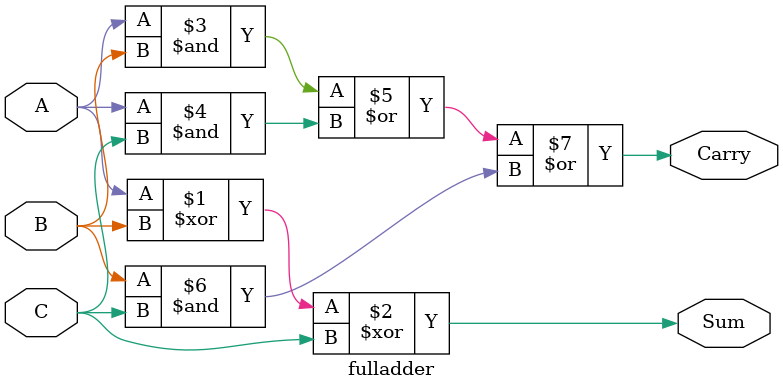
<source format=v>
module fulladder (
    input A,B,C,
    output Sum, Carry
    );
    assign Sum = A^B^C;
    assign Carry = (A&B) | (A&C) | (B&C);
endmodule
</source>
